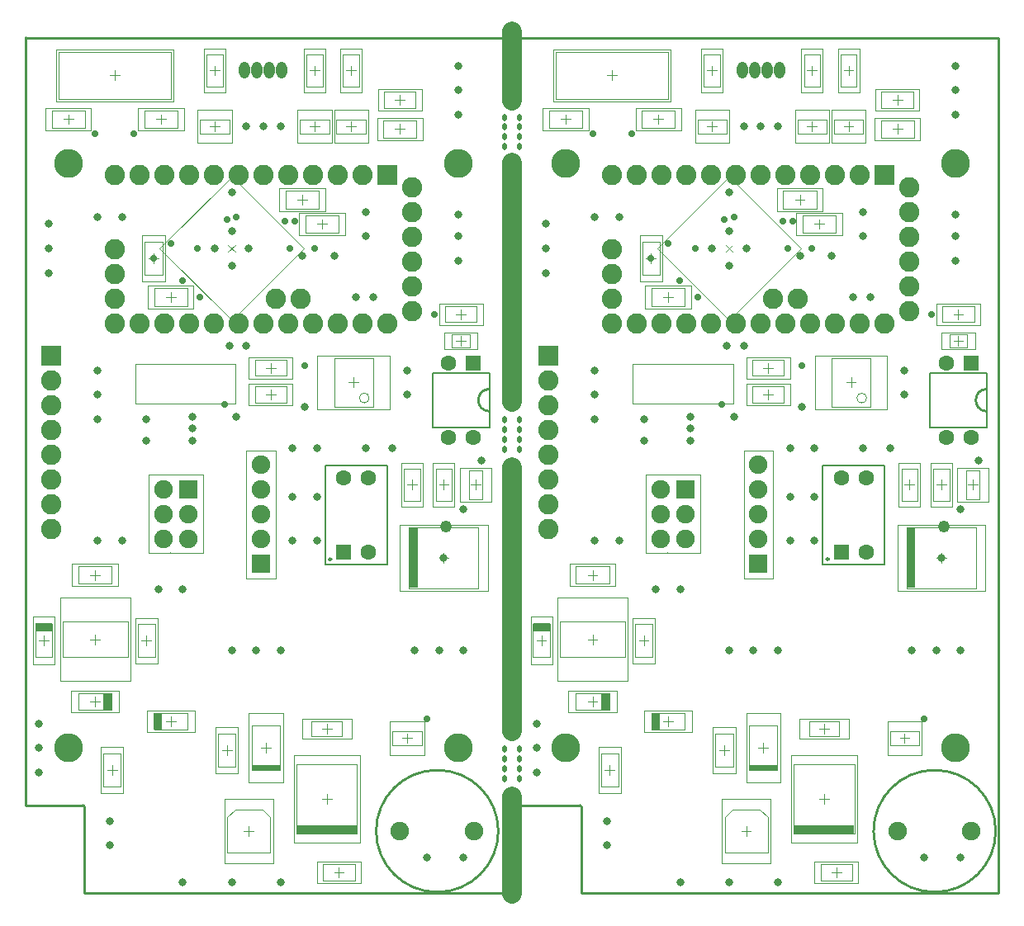
<source format=gbs>
G04*
G04 #@! TF.GenerationSoftware,Altium Limited,Altium Designer,21.3.2 (30)*
G04*
G04 Layer_Color=16711935*
%FSLAX25Y25*%
%MOIN*%
G70*
G04*
G04 #@! TF.SameCoordinates,2132C70D-00E6-48B3-8683-B54ED86332B3*
G04*
G04*
G04 #@! TF.FilePolarity,Negative*
G04*
G01*
G75*
%ADD36C,0.01000*%
%ADD38C,0.00394*%
%ADD39C,0.00787*%
%ADD40C,0.07874*%
%ADD41C,0.01968*%
%ADD42R,0.03307X0.06692*%
%ADD43R,0.06692X0.03307*%
%ADD44R,0.03765X0.24488*%
%ADD45R,0.24488X0.03765*%
%ADD46R,0.11496X0.02436*%
%ADD47R,0.24488X0.03765*%
%ADD48C,0.00197*%
%ADD90C,0.08200*%
%ADD91R,0.08200X0.08200*%
%ADD92C,0.07493*%
%ADD93C,0.06312*%
%ADD94R,0.06312X0.06312*%
%ADD95O,0.04343X0.06706*%
%ADD96R,0.07493X0.07493*%
%ADD97R,0.08200X0.08200*%
%ADD98C,0.11627*%
%ADD99C,0.02800*%
%ADD100C,0.03300*%
%ADD101C,0.04800*%
D36*
X191282Y25589D02*
G03*
X191282Y25492I-24648J-97D01*
G01*
X123937Y135307D02*
G03*
X123937Y135307I-500J0D01*
G01*
X392069Y25589D02*
G03*
X392070Y25492I-24648J-97D01*
G01*
X324724Y135307D02*
G03*
X324724Y135307I-500J0D01*
G01*
X224911Y35425D02*
G03*
X224421Y35915I-490J0D01*
G01*
X24128Y35437D02*
G03*
X23984Y35783I-490J0D01*
G01*
D02*
G03*
X23618Y35935I-366J-366D01*
G01*
X500Y345956D02*
Y346000D01*
Y345956D02*
X393202D01*
Y500D02*
Y345956D01*
X224911Y500D02*
X393202D01*
X224911D02*
Y35425D01*
X199505Y35915D02*
X224421D01*
X199505Y500D02*
Y35915D01*
X199500Y500D02*
X199505D01*
X24128D02*
X199500D01*
X24128D02*
Y35437D01*
X499Y35935D02*
X23618D01*
X499D02*
Y36000D01*
X500D01*
Y346000D01*
X187593Y204036D02*
G03*
X187458Y195049I166J-4497D01*
G01*
X388381Y204036D02*
G03*
X388245Y195049I166J-4497D01*
G01*
D38*
X44713Y198209D02*
X85213D01*
Y214209D01*
X44713D02*
X85213D01*
X44713Y198209D02*
Y214209D01*
X72008Y145630D02*
Y161484D01*
X50197Y169543D02*
X62008D01*
X50197Y137953D02*
Y169543D01*
X72008Y161484D02*
Y169543D01*
X58697D02*
X72102D01*
X58858Y137953D02*
Y138043D01*
X50197Y137953D02*
X72102D01*
X72008D02*
Y145630D01*
X89567Y127638D02*
Y179213D01*
X101378D01*
Y127638D02*
Y179213D01*
X89567Y127638D02*
X101378D01*
X82270Y262219D02*
X85053Y259435D01*
X82270Y259435D02*
X85053Y262219D01*
X54570Y260827D02*
X83661Y289918D01*
Y231735D02*
X112753Y260827D01*
X54570D02*
X83661Y231735D01*
Y289918D02*
X112753Y260827D01*
X245500Y198209D02*
X286000D01*
Y214209D01*
X245500D02*
X286000D01*
X245500Y198209D02*
Y214209D01*
X272795Y145630D02*
Y161484D01*
X250984Y169543D02*
X262795D01*
X250984Y137953D02*
Y169543D01*
X272795Y161484D02*
Y169543D01*
X259484D02*
X272890D01*
X259646Y137953D02*
Y138043D01*
X250984Y137953D02*
X272890D01*
X272795D02*
Y145630D01*
X290354Y127638D02*
Y179213D01*
X302165D01*
Y127638D02*
Y179213D01*
X290354Y127638D02*
X302165D01*
X283057Y262219D02*
X285841Y259435D01*
X283057Y259435D02*
X285841Y262219D01*
X255357Y260827D02*
X284449Y289918D01*
Y231735D02*
X313540Y260827D01*
X255357D02*
X284449Y231735D01*
Y289918D02*
X313540Y260827D01*
X139173Y200394D02*
G03*
X139173Y200394I-1969J0D01*
G01*
X105512Y284055D02*
X118898D01*
X105512Y276969D02*
X118898D01*
X105512D02*
Y284055D01*
X118898Y276969D02*
Y284055D01*
X59153Y321161D02*
Y340256D01*
X13681Y321161D02*
Y340256D01*
Y321161D02*
X59153D01*
X13681Y340256D02*
X59153D01*
X55709Y250197D02*
Y263583D01*
X48622Y250197D02*
Y263583D01*
X55709D01*
X48622Y250197D02*
X55709D01*
X96063Y34252D02*
X99213Y31102D01*
X81890Y16929D02*
X99213Y16732D01*
X81890Y31102D02*
X85039Y34252D01*
X96063D01*
X99213Y16732D02*
Y31102D01*
X81890Y16929D02*
Y31102D01*
X78150Y64764D02*
X85236D01*
X78150Y51378D02*
X85236D01*
Y64764D01*
X78150Y51378D02*
Y64764D01*
X52362Y66536D02*
X65807D01*
X52362Y73228D02*
X65807D01*
Y66536D02*
Y73228D01*
X52362Y66536D02*
Y73228D01*
X31890Y43504D02*
X38976D01*
X31890Y56890D02*
X38976D01*
X31890Y43504D02*
Y56890D01*
X38976Y43504D02*
Y56890D01*
X21791Y81102D02*
X35236D01*
X21791Y74410D02*
X35236D01*
X21791D02*
Y81102D01*
X35236Y74410D02*
Y81102D01*
X45669Y109055D02*
X52756D01*
X45669Y95669D02*
X52756D01*
Y109055D01*
X45669Y95669D02*
Y109055D01*
X4528Y95847D02*
Y109291D01*
X11220Y95847D02*
Y109291D01*
X4528Y95847D02*
X11220D01*
X4528Y109291D02*
X11220D01*
X35236Y125394D02*
Y132480D01*
X21850Y125394D02*
Y132480D01*
Y125394D02*
X35236D01*
X21850Y132480D02*
X35236D01*
X52362Y237598D02*
Y244685D01*
X65748Y237598D02*
Y244685D01*
X52362D02*
X65748D01*
X52362Y237598D02*
X65748D01*
X113386Y274213D02*
X126772D01*
X113386Y267126D02*
X126772D01*
X113386D02*
Y274213D01*
X126772Y267126D02*
Y274213D01*
X158268Y305512D02*
Y312598D01*
X144882Y305512D02*
Y312598D01*
Y305512D02*
X158268D01*
X144882Y312598D02*
X158268D01*
X48425Y316535D02*
X61811D01*
X48425Y309449D02*
X61811D01*
X48425D02*
Y316535D01*
X61811Y309449D02*
Y316535D01*
X11024Y309449D02*
Y316535D01*
X24409Y309449D02*
Y316535D01*
X11024D02*
X24409D01*
X11024Y309449D02*
X24409D01*
X183287Y123583D02*
Y148071D01*
X155295Y123583D02*
Y148071D01*
Y123583D02*
X183287D01*
X155295Y148071D02*
X183287D01*
X109803Y24390D02*
Y52382D01*
X134291Y24390D02*
Y52382D01*
X109803Y24390D02*
X134291D01*
X109803Y52382D02*
X134291D01*
X91693Y68110D02*
X103189D01*
X91693Y50000D02*
X103189D01*
Y68110D01*
X91693Y50000D02*
Y68110D01*
X172638Y220768D02*
Y226083D01*
X179724Y220768D02*
Y226083D01*
X172638D02*
X179724D01*
X172638Y220768D02*
X179724D01*
X115945Y63878D02*
Y69980D01*
X128150Y63878D02*
Y69980D01*
X115945D02*
X128150D01*
X115945Y63878D02*
X128150D01*
X125000Y216535D02*
X140748D01*
X125000Y196850D02*
X140748D01*
X125000D02*
Y216535D01*
X140748Y196850D02*
Y216535D01*
X179331Y159449D02*
X184843D01*
X179331Y171260D02*
X184843D01*
Y159449D02*
Y171260D01*
X179331Y159449D02*
Y171260D01*
X15354Y95669D02*
X41732D01*
X15354Y110236D02*
X41732D01*
X15354Y95669D02*
Y110236D01*
X41732Y95669D02*
Y110236D01*
X148622Y60236D02*
Y65748D01*
Y60236D02*
X160433D01*
X148622Y65748D02*
X160433D01*
Y60236D02*
Y65748D01*
X82677Y307283D02*
Y312795D01*
X70866D02*
X82677D01*
X70866Y307283D02*
X82677D01*
X70866D02*
Y312795D01*
X123031Y307283D02*
Y312795D01*
X111221D02*
X123031D01*
X111221Y307283D02*
X123031D01*
X111221D02*
Y312795D01*
X137795Y307283D02*
Y312795D01*
X125984D02*
X137795D01*
X125984Y307283D02*
X137795D01*
X125984D02*
Y312795D01*
X153248Y158957D02*
Y171752D01*
X159744Y158957D02*
Y171752D01*
X153248Y158957D02*
X159744D01*
X153248Y171752D02*
X159744D01*
X169783Y237500D02*
X182579D01*
X169783Y231004D02*
X182579D01*
X169783D02*
Y237500D01*
X182579Y231004D02*
Y237500D01*
X172539Y158957D02*
Y171752D01*
X166043Y158957D02*
Y171752D01*
X172539D01*
X166043Y158957D02*
X172539D01*
X120571Y12106D02*
X133366D01*
X120571Y5610D02*
X133366D01*
X120571D02*
Y12106D01*
X133366Y5610D02*
Y12106D01*
X145177Y324114D02*
X157972D01*
X145177Y317618D02*
X157972D01*
X145177D02*
Y324114D01*
X157972Y317618D02*
Y324114D01*
X80020Y326279D02*
Y339075D01*
X73524Y326279D02*
Y339075D01*
X80020D01*
X73524Y326279D02*
X80020D01*
X120374D02*
Y339075D01*
X113878Y326279D02*
Y339075D01*
X120374D01*
X113878Y326279D02*
X120374D01*
X135138D02*
Y339075D01*
X128642Y326279D02*
Y339075D01*
X135138D01*
X128642Y326279D02*
X135138D01*
X93012Y209350D02*
X105807D01*
X93012Y215846D02*
X105807D01*
Y209350D02*
Y215846D01*
X93012Y209350D02*
Y215846D01*
Y198524D02*
X105807D01*
X93012Y205020D02*
X105807D01*
Y198524D02*
Y205020D01*
X93012Y198524D02*
Y205020D01*
X339961Y200394D02*
G03*
X339961Y200394I-1969J0D01*
G01*
X306299Y284055D02*
X319685D01*
X306299Y276969D02*
X319685D01*
X306299D02*
Y284055D01*
X319685Y276969D02*
Y284055D01*
X259941Y321161D02*
Y340256D01*
X214469Y321161D02*
Y340256D01*
Y321161D02*
X259941D01*
X214469Y340256D02*
X259941D01*
X256496Y250197D02*
Y263583D01*
X249410Y250197D02*
Y263583D01*
X256496D01*
X249410Y250197D02*
X256496D01*
X296850Y34252D02*
X300000Y31102D01*
X282677Y16929D02*
X300000Y16732D01*
X282677Y31102D02*
X285827Y34252D01*
X296850D01*
X300000Y16732D02*
Y31102D01*
X282677Y16929D02*
Y31102D01*
X278937Y64764D02*
X286024D01*
X278937Y51378D02*
X286024D01*
Y64764D01*
X278937Y51378D02*
Y64764D01*
X253150Y66536D02*
X266594D01*
X253150Y73228D02*
X266594D01*
Y66536D02*
Y73228D01*
X253150Y66536D02*
Y73228D01*
X232677Y43504D02*
X239764D01*
X232677Y56890D02*
X239764D01*
X232677Y43504D02*
Y56890D01*
X239764Y43504D02*
Y56890D01*
X222579Y81102D02*
X236024D01*
X222579Y74410D02*
X236024D01*
X222579D02*
Y81102D01*
X236024Y74410D02*
Y81102D01*
X246457Y109055D02*
X253543D01*
X246457Y95669D02*
X253543D01*
Y109055D01*
X246457Y95669D02*
Y109055D01*
X205315Y95847D02*
Y109291D01*
X212007Y95847D02*
Y109291D01*
X205315Y95847D02*
X212007D01*
X205315Y109291D02*
X212007D01*
X236024Y125394D02*
Y132480D01*
X222638Y125394D02*
Y132480D01*
Y125394D02*
X236024D01*
X222638Y132480D02*
X236024D01*
X253150Y237598D02*
Y244685D01*
X266535Y237598D02*
Y244685D01*
X253150D02*
X266535D01*
X253150Y237598D02*
X266535D01*
X314173Y274213D02*
X327559D01*
X314173Y267126D02*
X327559D01*
X314173D02*
Y274213D01*
X327559Y267126D02*
Y274213D01*
X359055Y305512D02*
Y312598D01*
X345669Y305512D02*
Y312598D01*
Y305512D02*
X359055D01*
X345669Y312598D02*
X359055D01*
X249213Y316535D02*
X262598D01*
X249213Y309449D02*
X262598D01*
X249213D02*
Y316535D01*
X262598Y309449D02*
Y316535D01*
X211811Y309449D02*
Y316535D01*
X225197Y309449D02*
Y316535D01*
X211811D02*
X225197D01*
X211811Y309449D02*
X225197D01*
X384075Y123583D02*
Y148071D01*
X356083Y123583D02*
Y148071D01*
Y123583D02*
X384075D01*
X356083Y148071D02*
X384075D01*
X310591Y24390D02*
Y52382D01*
X335079Y24390D02*
Y52382D01*
X310591Y24390D02*
X335079D01*
X310591Y52382D02*
X335079D01*
X292480Y68110D02*
X303976D01*
X292480Y50000D02*
X303976D01*
Y68110D01*
X292480Y50000D02*
Y68110D01*
X373425Y220768D02*
Y226083D01*
X380512Y220768D02*
Y226083D01*
X373425D02*
X380512D01*
X373425Y220768D02*
X380512D01*
X316732Y63878D02*
Y69980D01*
X328937Y63878D02*
Y69980D01*
X316732D02*
X328937D01*
X316732Y63878D02*
X328937D01*
X325787Y216535D02*
X341535D01*
X325787Y196850D02*
X341535D01*
X325787D02*
Y216535D01*
X341535Y196850D02*
Y216535D01*
X380118Y159449D02*
X385630D01*
X380118Y171260D02*
X385630D01*
Y159449D02*
Y171260D01*
X380118Y159449D02*
Y171260D01*
X216142Y95669D02*
X242520D01*
X216142Y110236D02*
X242520D01*
X216142Y95669D02*
Y110236D01*
X242520Y95669D02*
Y110236D01*
X349410Y60236D02*
Y65748D01*
Y60236D02*
X361221D01*
X349410Y65748D02*
X361221D01*
Y60236D02*
Y65748D01*
X283465Y307283D02*
Y312795D01*
X271654D02*
X283465D01*
X271654Y307283D02*
X283465D01*
X271654D02*
Y312795D01*
X323819Y307283D02*
Y312795D01*
X312008D02*
X323819D01*
X312008Y307283D02*
X323819D01*
X312008D02*
Y312795D01*
X338583Y307283D02*
Y312795D01*
X326772D02*
X338583D01*
X326772Y307283D02*
X338583D01*
X326772D02*
Y312795D01*
X354035Y158957D02*
Y171752D01*
X360531Y158957D02*
Y171752D01*
X354035Y158957D02*
X360531D01*
X354035Y171752D02*
X360531D01*
X370571Y237500D02*
X383366D01*
X370571Y231004D02*
X383366D01*
X370571D02*
Y237500D01*
X383366Y231004D02*
Y237500D01*
X373327Y158957D02*
Y171752D01*
X366831Y158957D02*
Y171752D01*
X373327D01*
X366831Y158957D02*
X373327D01*
X321358Y12106D02*
X334154D01*
X321358Y5610D02*
X334154D01*
X321358D02*
Y12106D01*
X334154Y5610D02*
Y12106D01*
X345965Y324114D02*
X358760D01*
X345965Y317618D02*
X358760D01*
X345965D02*
Y324114D01*
X358760Y317618D02*
Y324114D01*
X280807Y326279D02*
Y339075D01*
X274311Y326279D02*
Y339075D01*
X280807D01*
X274311Y326279D02*
X280807D01*
X321161D02*
Y339075D01*
X314665Y326279D02*
Y339075D01*
X321161D01*
X314665Y326279D02*
X321161D01*
X335925D02*
Y339075D01*
X329429Y326279D02*
Y339075D01*
X335925D01*
X329429Y326279D02*
X335925D01*
X293799Y209350D02*
X306594D01*
X293799Y215846D02*
X306594D01*
Y209350D02*
Y215846D01*
X293799Y209350D02*
Y215846D01*
Y198524D02*
X306594D01*
X293799Y205020D02*
X306594D01*
Y198524D02*
Y205020D01*
X293799Y198524D02*
Y205020D01*
X112205Y278543D02*
Y282480D01*
X110236Y280512D02*
X114173D01*
X34449Y330709D02*
X38386D01*
X36417Y328740D02*
Y332677D01*
X50197Y256890D02*
X54134D01*
X52165Y254921D02*
Y258858D01*
X90551Y23622D02*
Y27559D01*
X88583Y25591D02*
X92520D01*
X81693Y56102D02*
Y60039D01*
X79724Y58071D02*
X83661D01*
X59055Y67913D02*
Y71850D01*
X57087Y69882D02*
X61024D01*
X35433Y48228D02*
Y52165D01*
X33465Y50197D02*
X37402D01*
X28543Y75787D02*
Y79724D01*
X26575Y77756D02*
X30512D01*
X49213Y100394D02*
Y104331D01*
X47244Y102362D02*
X51181D01*
X5906Y102598D02*
X9843D01*
X7874Y100630D02*
Y104567D01*
X26575Y128937D02*
X30512D01*
X28543Y126969D02*
Y130905D01*
X57087Y241142D02*
X61024D01*
X59055Y239173D02*
Y243110D01*
X120079Y268701D02*
Y272638D01*
X118110Y270669D02*
X122047D01*
X149606Y309055D02*
X153543D01*
X151575Y307087D02*
Y311024D01*
X55118D02*
Y314961D01*
X53150Y312992D02*
X57087D01*
X15748D02*
X19685D01*
X17717Y311024D02*
Y314961D01*
X167323Y135827D02*
X171260D01*
X169291Y133858D02*
Y137795D01*
X120079Y38386D02*
X124016D01*
X122047Y36417D02*
Y40354D01*
X97441Y57087D02*
Y61024D01*
X95472Y59055D02*
X99409D01*
X174213Y223425D02*
X178150D01*
X176181Y221457D02*
Y225394D01*
X120079Y66929D02*
X124016D01*
X122047Y64961D02*
Y68898D01*
X132874Y204724D02*
Y208661D01*
X130905Y206693D02*
X134843D01*
X182087Y163386D02*
Y167323D01*
X180118Y165354D02*
X184055D01*
X28543Y100984D02*
Y104921D01*
X26575Y102953D02*
X30512D01*
X154528Y61024D02*
Y64961D01*
X152559Y62992D02*
X156496D01*
X76772Y308071D02*
Y312008D01*
X74803Y310039D02*
X78740D01*
X117126Y308071D02*
Y312008D01*
X115157Y310039D02*
X119095D01*
X131890Y308071D02*
Y312008D01*
X129921Y310039D02*
X133858D01*
X154528Y165354D02*
X158465D01*
X156496Y163386D02*
Y167323D01*
X176181Y232283D02*
Y236221D01*
X174213Y234252D02*
X178150D01*
X167323Y165354D02*
X171260D01*
X169291Y163386D02*
Y167323D01*
X126969Y6890D02*
Y10827D01*
X125000Y8858D02*
X128937D01*
X151575Y318898D02*
Y322835D01*
X149606Y320866D02*
X153543D01*
X74803Y332677D02*
X78740D01*
X76772Y330709D02*
Y334646D01*
X115157Y332677D02*
X119095D01*
X117126Y330709D02*
Y334646D01*
X129921Y332677D02*
X133858D01*
X131890Y330709D02*
Y334646D01*
X99410Y210630D02*
Y214567D01*
X97441Y212598D02*
X101378D01*
X99410Y199803D02*
Y203740D01*
X97441Y201772D02*
X101378D01*
X312992Y278543D02*
Y282480D01*
X311024Y280512D02*
X314961D01*
X235236Y330709D02*
X239173D01*
X237205Y328740D02*
Y332677D01*
X250984Y256890D02*
X254921D01*
X252953Y254921D02*
Y258858D01*
X291339Y23622D02*
Y27559D01*
X289370Y25591D02*
X293307D01*
X282480Y56102D02*
Y60039D01*
X280512Y58071D02*
X284449D01*
X259842Y67913D02*
Y71850D01*
X257874Y69882D02*
X261811D01*
X236221Y48228D02*
Y52165D01*
X234252Y50197D02*
X238189D01*
X229331Y75787D02*
Y79724D01*
X227362Y77756D02*
X231299D01*
X250000Y100394D02*
Y104331D01*
X248031Y102362D02*
X251969D01*
X206693Y102598D02*
X210630D01*
X208661Y100630D02*
Y104567D01*
X227362Y128937D02*
X231299D01*
X229331Y126969D02*
Y130905D01*
X257874Y241142D02*
X261811D01*
X259842Y239173D02*
Y243110D01*
X320866Y268701D02*
Y272638D01*
X318898Y270669D02*
X322835D01*
X350394Y309055D02*
X354331D01*
X352362Y307087D02*
Y311024D01*
X255906D02*
Y314961D01*
X253937Y312992D02*
X257874D01*
X216535D02*
X220473D01*
X218504Y311024D02*
Y314961D01*
X368110Y135827D02*
X372047D01*
X370079Y133858D02*
Y137795D01*
X320866Y38386D02*
X324803D01*
X322835Y36417D02*
Y40354D01*
X298228Y57087D02*
Y61024D01*
X296260Y59055D02*
X300197D01*
X375000Y223425D02*
X378937D01*
X376969Y221457D02*
Y225394D01*
X320866Y66929D02*
X324803D01*
X322835Y64961D02*
Y68898D01*
X333661Y204724D02*
Y208661D01*
X331693Y206693D02*
X335630D01*
X382874Y163386D02*
Y167323D01*
X380906Y165354D02*
X384842D01*
X229331Y100984D02*
Y104921D01*
X227362Y102953D02*
X231299D01*
X355315Y61024D02*
Y64961D01*
X353346Y62992D02*
X357283D01*
X277559Y308071D02*
Y312008D01*
X275590Y310039D02*
X279528D01*
X317913Y308071D02*
Y312008D01*
X315945Y310039D02*
X319882D01*
X332677Y308071D02*
Y312008D01*
X330709Y310039D02*
X334646D01*
X355315Y165354D02*
X359252D01*
X357283Y163386D02*
Y167323D01*
X376969Y232283D02*
Y236221D01*
X375000Y234252D02*
X378937D01*
X368110Y165354D02*
X372047D01*
X370079Y163386D02*
Y167323D01*
X327756Y6890D02*
Y10827D01*
X325787Y8858D02*
X329724D01*
X352362Y318898D02*
Y322835D01*
X350394Y320866D02*
X354331D01*
X275591Y332677D02*
X279528D01*
X277559Y330709D02*
Y334646D01*
X315945Y332677D02*
X319882D01*
X317913Y330709D02*
Y334646D01*
X330709Y332677D02*
X334646D01*
X332677Y330709D02*
Y334646D01*
X300197Y210630D02*
Y214567D01*
X298228Y212598D02*
X302165D01*
X300197Y199803D02*
Y203740D01*
X298228Y201772D02*
X302165D01*
D39*
X121437Y173307D02*
X146437D01*
Y133307D02*
Y173307D01*
X121437Y133307D02*
X146437D01*
X121437D02*
Y173307D01*
Y133307D02*
Y173307D01*
X322224D02*
X347224D01*
Y133307D02*
Y173307D01*
X322224Y133307D02*
X347224D01*
X322224D02*
Y173307D01*
Y133307D02*
Y173307D01*
X164760Y188567D02*
Y210567D01*
Y188567D02*
X187760D01*
X164760Y210567D02*
X187760D01*
Y188567D02*
Y210567D01*
X365547Y188567D02*
Y210567D01*
Y188567D02*
X388547D01*
X365547Y210567D02*
X388547D01*
Y188567D02*
Y210567D01*
D40*
X196850Y0D02*
Y39370D01*
X196883Y65927D02*
Y172424D01*
X196850Y198819D02*
Y295472D01*
Y198819D02*
Y295472D01*
X196845Y320500D02*
Y348500D01*
D41*
X199803Y46244D02*
Y47244D01*
Y50181D02*
Y51181D01*
Y54118D02*
Y55118D01*
Y58055D02*
Y59055D01*
X193898Y58055D02*
Y59055D01*
Y54118D02*
Y55118D01*
Y50181D02*
Y51181D01*
Y46244D02*
Y47244D01*
X199836Y179207D02*
Y180207D01*
Y183144D02*
Y184144D01*
Y187081D02*
Y188081D01*
Y191018D02*
Y192018D01*
X193931Y191018D02*
Y192018D01*
Y187081D02*
Y188081D01*
Y183144D02*
Y184144D01*
Y179207D02*
Y180207D01*
X199803Y313280D02*
Y314280D01*
Y309343D02*
Y310343D01*
Y305405D02*
Y306405D01*
Y301468D02*
Y302468D01*
X193898Y301468D02*
Y302468D01*
Y305405D02*
Y306405D01*
Y309343D02*
Y310343D01*
Y313280D02*
Y314280D01*
D42*
X53959Y69881D02*
D03*
X33640Y77755D02*
D03*
X254746Y69881D02*
D03*
X234427Y77755D02*
D03*
D43*
X7873Y107696D02*
D03*
X208661D02*
D03*
D44*
X157178Y135827D02*
D03*
X357965D02*
D03*
D45*
X122047Y26272D02*
D03*
D46*
X97443Y51219D02*
D03*
X298231D02*
D03*
D47*
X322835Y26272D02*
D03*
D48*
X102953Y285039D02*
X121457D01*
X102953Y275984D02*
X121457D01*
X102953D02*
Y285039D01*
X121457Y275984D02*
Y285039D01*
X60138Y320177D02*
Y341240D01*
X12697Y320177D02*
Y341240D01*
Y320177D02*
X60138D01*
X12697Y341240D02*
X60138D01*
X56693Y247638D02*
Y266142D01*
X47638Y247638D02*
Y266142D01*
X56693D01*
X47638Y247638D02*
X56693D01*
X80709Y38583D02*
X100394D01*
X80709Y12598D02*
X100394D01*
Y38583D01*
X80709Y12598D02*
Y38583D01*
X77165Y67323D02*
X86221D01*
X77165Y48819D02*
X86221D01*
Y67323D01*
X77165Y48819D02*
Y67323D01*
X49370Y65551D02*
Y74213D01*
Y65551D02*
X68740D01*
X49370Y74213D02*
X68740D01*
Y65551D02*
Y74213D01*
X30906Y40945D02*
X39961D01*
X30906Y59449D02*
X39961D01*
X30906Y40945D02*
Y59449D01*
X39961Y40945D02*
Y59449D01*
X38228Y73425D02*
Y82087D01*
X18858D02*
X38228D01*
X18858Y73425D02*
X38228D01*
X18858D02*
Y82087D01*
X44685Y111614D02*
X53740D01*
X44685Y93110D02*
X53740D01*
Y111614D01*
X44685Y93110D02*
Y111614D01*
X3543Y112284D02*
X12205D01*
X3543Y92913D02*
Y112284D01*
X12205Y92913D02*
Y112284D01*
X3543Y92913D02*
X12205D01*
X37795Y124409D02*
Y133465D01*
X19291Y124409D02*
Y133465D01*
Y124409D02*
X37795D01*
X19291Y133465D02*
X37795D01*
X49803Y236614D02*
Y245669D01*
X68307Y236614D02*
Y245669D01*
X49803D02*
X68307D01*
X49803Y236614D02*
X68307D01*
X110827Y275197D02*
X129331D01*
X110827Y266142D02*
X129331D01*
X110827D02*
Y275197D01*
X129331Y266142D02*
Y275197D01*
X160827Y304528D02*
Y313583D01*
X142323Y304528D02*
Y313583D01*
Y304528D02*
X160827D01*
X142323Y313583D02*
X160827D01*
X45866Y317520D02*
X64370D01*
X45866Y308465D02*
X64370D01*
X45866D02*
Y317520D01*
X64370Y308465D02*
Y317520D01*
X8465Y308465D02*
Y317520D01*
X26969Y308465D02*
Y317520D01*
X8465D02*
X26969D01*
X8465Y308465D02*
X26969D01*
X187008Y122441D02*
Y149213D01*
X151575Y122441D02*
Y149213D01*
Y122441D02*
X187008D01*
X151575Y149213D02*
X187008D01*
X108661Y20669D02*
Y56102D01*
X135433Y20669D02*
Y56102D01*
X108661Y20669D02*
X135433D01*
X108661Y56102D02*
X135433D01*
X90551Y73055D02*
X104331D01*
X90551Y45055D02*
X104331D01*
Y73055D01*
X90551Y45055D02*
Y73055D01*
X169488Y220079D02*
Y226772D01*
X182874Y220079D02*
Y226772D01*
X169488D02*
X182874D01*
X169488Y220079D02*
X182874D01*
X112008Y62894D02*
Y70965D01*
X132087Y62894D02*
Y70965D01*
X112008D02*
X132087D01*
X112008Y62894D02*
X132087D01*
X118307Y217520D02*
X147441D01*
X118307Y195866D02*
X147441D01*
X118307D02*
Y217520D01*
X147441Y195866D02*
Y217520D01*
X175787Y158465D02*
X188386D01*
X175787Y172244D02*
X188386D01*
Y158465D02*
Y172244D01*
X175787Y158465D02*
Y172244D01*
X14370Y86221D02*
X42717D01*
X14370Y119685D02*
X42717D01*
X14370Y86221D02*
Y119685D01*
X42717Y86221D02*
Y119685D01*
X147638Y69685D02*
X161417D01*
X147638Y56299D02*
X161417D01*
Y69685D01*
X147638Y56299D02*
Y69685D01*
X69882Y303346D02*
X83661D01*
X69882Y316732D02*
X83661D01*
X69882Y303346D02*
Y316732D01*
X83661Y303346D02*
Y316732D01*
X110236Y303346D02*
X124016D01*
X110236Y316732D02*
X124016D01*
X110236Y303346D02*
Y316732D01*
X124016Y303346D02*
Y316732D01*
X125000Y303346D02*
X138779D01*
X125000Y316732D02*
X138779D01*
X125000Y303346D02*
Y316732D01*
X138779Y303346D02*
Y316732D01*
X152165Y156496D02*
Y174213D01*
X160827Y156496D02*
Y174213D01*
X152165Y156496D02*
X160827D01*
X152165Y174213D02*
X160827D01*
X167323Y238583D02*
X185039D01*
X167323Y229921D02*
X185039D01*
X167323D02*
Y238583D01*
X185039Y229921D02*
Y238583D01*
X173622Y156496D02*
Y174213D01*
X164961Y156496D02*
Y174213D01*
X173622D01*
X164961Y156496D02*
X173622D01*
X118110Y13189D02*
X135827D01*
X118110Y4528D02*
X135827D01*
X118110D02*
Y13189D01*
X135827Y4528D02*
Y13189D01*
X142717Y325197D02*
X160433D01*
X142717Y316535D02*
X160433D01*
X142717D02*
Y325197D01*
X160433Y316535D02*
Y325197D01*
X81102Y323819D02*
Y341535D01*
X72441Y323819D02*
Y341535D01*
X81102D01*
X72441Y323819D02*
X81102D01*
X121457D02*
Y341535D01*
X112795Y323819D02*
Y341535D01*
X121457D01*
X112795Y323819D02*
X121457D01*
X136221D02*
Y341535D01*
X127559Y323819D02*
Y341535D01*
X136221D01*
X127559Y323819D02*
X136221D01*
X90551Y208268D02*
X108268D01*
X90551Y216929D02*
X108268D01*
Y208268D02*
Y216929D01*
X90551Y208268D02*
Y216929D01*
Y197441D02*
X108268D01*
X90551Y206102D02*
X108268D01*
Y197441D02*
Y206102D01*
X90551Y197441D02*
Y206102D01*
X303740Y285039D02*
X322244D01*
X303740Y275984D02*
X322244D01*
X303740D02*
Y285039D01*
X322244Y275984D02*
Y285039D01*
X260925Y320177D02*
Y341240D01*
X213484Y320177D02*
Y341240D01*
Y320177D02*
X260925D01*
X213484Y341240D02*
X260925D01*
X257480Y247638D02*
Y266142D01*
X248425Y247638D02*
Y266142D01*
X257480D01*
X248425Y247638D02*
X257480D01*
X281496Y38583D02*
X301181D01*
X281496Y12598D02*
X301181D01*
Y38583D01*
X281496Y12598D02*
Y38583D01*
X277953Y67323D02*
X287008D01*
X277953Y48819D02*
X287008D01*
Y67323D01*
X277953Y48819D02*
Y67323D01*
X250157Y65551D02*
Y74213D01*
Y65551D02*
X269528D01*
X250157Y74213D02*
X269528D01*
Y65551D02*
Y74213D01*
X231693Y40945D02*
X240748D01*
X231693Y59449D02*
X240748D01*
X231693Y40945D02*
Y59449D01*
X240748Y40945D02*
Y59449D01*
X239016Y73425D02*
Y82087D01*
X219646D02*
X239016D01*
X219646Y73425D02*
X239016D01*
X219646D02*
Y82087D01*
X245472Y111614D02*
X254528D01*
X245472Y93110D02*
X254528D01*
Y111614D01*
X245472Y93110D02*
Y111614D01*
X204331Y112284D02*
X212992D01*
X204331Y92913D02*
Y112284D01*
X212992Y92913D02*
Y112284D01*
X204331Y92913D02*
X212992D01*
X238583Y124409D02*
Y133465D01*
X220079Y124409D02*
Y133465D01*
Y124409D02*
X238583D01*
X220079Y133465D02*
X238583D01*
X250591Y236614D02*
Y245669D01*
X269094Y236614D02*
Y245669D01*
X250591D02*
X269094D01*
X250591Y236614D02*
X269094D01*
X311614Y275197D02*
X330118D01*
X311614Y266142D02*
X330118D01*
X311614D02*
Y275197D01*
X330118Y266142D02*
Y275197D01*
X361614Y304528D02*
Y313583D01*
X343110Y304528D02*
Y313583D01*
Y304528D02*
X361614D01*
X343110Y313583D02*
X361614D01*
X246654Y317520D02*
X265158D01*
X246654Y308465D02*
X265158D01*
X246654D02*
Y317520D01*
X265158Y308465D02*
Y317520D01*
X209252Y308465D02*
Y317520D01*
X227756Y308465D02*
Y317520D01*
X209252D02*
X227756D01*
X209252Y308465D02*
X227756D01*
X387795Y122441D02*
Y149213D01*
X352362Y122441D02*
Y149213D01*
Y122441D02*
X387795D01*
X352362Y149213D02*
X387795D01*
X309449Y20669D02*
Y56102D01*
X336221Y20669D02*
Y56102D01*
X309449Y20669D02*
X336221D01*
X309449Y56102D02*
X336221D01*
X291339Y73055D02*
X305118D01*
X291339Y45055D02*
X305118D01*
Y73055D01*
X291339Y45055D02*
Y73055D01*
X370276Y220079D02*
Y226772D01*
X383661Y220079D02*
Y226772D01*
X370276D02*
X383661D01*
X370276Y220079D02*
X383661D01*
X312795Y62894D02*
Y70965D01*
X332874Y62894D02*
Y70965D01*
X312795D02*
X332874D01*
X312795Y62894D02*
X332874D01*
X319094Y217520D02*
X348228D01*
X319094Y195866D02*
X348228D01*
X319094D02*
Y217520D01*
X348228Y195866D02*
Y217520D01*
X376575Y158465D02*
X389173D01*
X376575Y172244D02*
X389173D01*
Y158465D02*
Y172244D01*
X376575Y158465D02*
Y172244D01*
X215158Y86221D02*
X243504D01*
X215158Y119685D02*
X243504D01*
X215158Y86221D02*
Y119685D01*
X243504Y86221D02*
Y119685D01*
X348425Y69685D02*
X362205D01*
X348425Y56299D02*
X362205D01*
Y69685D01*
X348425Y56299D02*
Y69685D01*
X270669Y303346D02*
X284449D01*
X270669Y316732D02*
X284449D01*
X270669Y303346D02*
Y316732D01*
X284449Y303346D02*
Y316732D01*
X311024Y303346D02*
X324803D01*
X311024Y316732D02*
X324803D01*
X311024Y303346D02*
Y316732D01*
X324803Y303346D02*
Y316732D01*
X325787Y303346D02*
X339567D01*
X325787Y316732D02*
X339567D01*
X325787Y303346D02*
Y316732D01*
X339567Y303346D02*
Y316732D01*
X352953Y156496D02*
Y174213D01*
X361614Y156496D02*
Y174213D01*
X352953Y156496D02*
X361614D01*
X352953Y174213D02*
X361614D01*
X368110Y238583D02*
X385827D01*
X368110Y229921D02*
X385827D01*
X368110D02*
Y238583D01*
X385827Y229921D02*
Y238583D01*
X374410Y156496D02*
Y174213D01*
X365748Y156496D02*
Y174213D01*
X374410D01*
X365748Y156496D02*
X374410D01*
X318898Y13189D02*
X336614D01*
X318898Y4528D02*
X336614D01*
X318898D02*
Y13189D01*
X336614Y4528D02*
Y13189D01*
X343504Y325197D02*
X361221D01*
X343504Y316535D02*
X361221D01*
X343504D02*
Y325197D01*
X361221Y316535D02*
Y325197D01*
X281890Y323819D02*
Y341535D01*
X273228Y323819D02*
Y341535D01*
X281890D01*
X273228Y323819D02*
X281890D01*
X322244D02*
Y341535D01*
X313583Y323819D02*
Y341535D01*
X322244D01*
X313583Y323819D02*
X322244D01*
X337008D02*
Y341535D01*
X328346Y323819D02*
Y341535D01*
X337008D01*
X328346Y323819D02*
X337008D01*
X291339Y208268D02*
X309055D01*
X291339Y216929D02*
X309055D01*
Y208268D02*
Y216929D01*
X291339Y208268D02*
Y216929D01*
Y197441D02*
X309055D01*
X291339Y206102D02*
X309055D01*
Y197441D02*
Y206102D01*
X291339Y197441D02*
Y206102D01*
D90*
X10827Y147638D02*
D03*
Y157638D02*
D03*
Y167638D02*
D03*
Y177638D02*
D03*
Y187638D02*
D03*
Y197638D02*
D03*
Y207638D02*
D03*
X136417Y290354D02*
D03*
X126417D02*
D03*
X116417D02*
D03*
X106417D02*
D03*
X96417D02*
D03*
X86417D02*
D03*
X76417D02*
D03*
X66417D02*
D03*
X56417D02*
D03*
X46417D02*
D03*
X36417D02*
D03*
Y230354D02*
D03*
X46417D02*
D03*
X56417D02*
D03*
X66417D02*
D03*
X76417D02*
D03*
X86417D02*
D03*
X96417D02*
D03*
X106417D02*
D03*
X116417D02*
D03*
X126417D02*
D03*
X136417D02*
D03*
X146417D02*
D03*
X156417Y235354D02*
D03*
Y245354D02*
D03*
Y255354D02*
D03*
Y265354D02*
D03*
Y275354D02*
D03*
Y285354D02*
D03*
X36417Y240354D02*
D03*
Y250354D02*
D03*
Y260354D02*
D03*
X101417Y240354D02*
D03*
X111417D02*
D03*
X211614Y147638D02*
D03*
Y157638D02*
D03*
Y167638D02*
D03*
Y177638D02*
D03*
Y187638D02*
D03*
Y197638D02*
D03*
Y207638D02*
D03*
X337205Y290354D02*
D03*
X327205D02*
D03*
X317205D02*
D03*
X307205D02*
D03*
X297205D02*
D03*
X287205D02*
D03*
X277205D02*
D03*
X267205D02*
D03*
X257205D02*
D03*
X247205D02*
D03*
X237205D02*
D03*
Y230354D02*
D03*
X247205D02*
D03*
X257205D02*
D03*
X267205D02*
D03*
X277205D02*
D03*
X287205D02*
D03*
X297205D02*
D03*
X307205D02*
D03*
X317205D02*
D03*
X327205D02*
D03*
X337205D02*
D03*
X347205D02*
D03*
X357205Y235354D02*
D03*
Y245354D02*
D03*
Y255354D02*
D03*
Y265354D02*
D03*
Y275354D02*
D03*
Y285354D02*
D03*
X237205Y240354D02*
D03*
Y250354D02*
D03*
Y260354D02*
D03*
X302205Y240354D02*
D03*
X312205D02*
D03*
D91*
X10827Y217638D02*
D03*
X211614D02*
D03*
D92*
X181496Y25591D02*
D03*
X151575D02*
D03*
X56102Y163543D02*
D03*
Y153543D02*
D03*
Y143543D02*
D03*
X66102Y153543D02*
D03*
Y143543D02*
D03*
X95472Y173543D02*
D03*
Y163543D02*
D03*
Y143543D02*
D03*
Y153543D02*
D03*
X382283Y25591D02*
D03*
X352362D02*
D03*
X256890Y163543D02*
D03*
Y153543D02*
D03*
Y143543D02*
D03*
X266890Y153543D02*
D03*
Y143543D02*
D03*
X296260Y173543D02*
D03*
Y163543D02*
D03*
Y143543D02*
D03*
Y153543D02*
D03*
D93*
X171260Y184567D02*
D03*
X181260D02*
D03*
X171260Y214567D02*
D03*
X138937Y138307D02*
D03*
X128937Y168307D02*
D03*
X138937D02*
D03*
X372047Y184567D02*
D03*
X382047D02*
D03*
X372047Y214567D02*
D03*
X339724Y138307D02*
D03*
X329724Y168307D02*
D03*
X339724D02*
D03*
D94*
X181260Y214567D02*
D03*
X128937Y138307D02*
D03*
X382047Y214567D02*
D03*
X329724Y138307D02*
D03*
D95*
X98957Y332677D02*
D03*
X93957D02*
D03*
X88957D02*
D03*
X103957D02*
D03*
X299744D02*
D03*
X294744D02*
D03*
X289744D02*
D03*
X304744D02*
D03*
D96*
X66102Y163543D02*
D03*
X95472Y133543D02*
D03*
X266890Y163543D02*
D03*
X296260Y133543D02*
D03*
D97*
X146417Y290354D02*
D03*
X347205D02*
D03*
D98*
X17717Y59055D02*
D03*
X175197D02*
D03*
X175197Y295276D02*
D03*
X17717D02*
D03*
X218504Y59055D02*
D03*
X375984D02*
D03*
X375984Y295276D02*
D03*
X218504D02*
D03*
D99*
X52165Y256890D02*
D03*
X59055Y262795D02*
D03*
X69882Y260827D02*
D03*
X117126D02*
D03*
X107283D02*
D03*
X105315Y271654D02*
D03*
X109252D02*
D03*
X63703Y247691D02*
D03*
X70866Y241142D02*
D03*
X28543Y307087D02*
D03*
X44291D02*
D03*
X81693Y272638D02*
D03*
X85630Y273622D02*
D03*
X162402Y70866D02*
D03*
X165354Y234252D02*
D03*
X80709Y197835D02*
D03*
X113189Y213583D02*
D03*
X252953Y256890D02*
D03*
X259842Y262795D02*
D03*
X270669Y260827D02*
D03*
X317913D02*
D03*
X308071D02*
D03*
X306102Y271654D02*
D03*
X310039D02*
D03*
X264490Y247691D02*
D03*
X271654Y241142D02*
D03*
X229331Y307087D02*
D03*
X245079D02*
D03*
X282480Y272638D02*
D03*
X286417Y273622D02*
D03*
X363189Y70866D02*
D03*
X366142Y234252D02*
D03*
X281496Y197835D02*
D03*
X313976Y213583D02*
D03*
D100*
X184375Y175303D02*
D03*
X89567Y221457D02*
D03*
X82677D02*
D03*
X133858Y241142D02*
D03*
X140755Y241210D02*
D03*
X154528Y201772D02*
D03*
Y211614D02*
D03*
X113189Y196850D02*
D03*
X148622Y180118D02*
D03*
X137795D02*
D03*
X177165Y155512D02*
D03*
X169291Y135827D02*
D03*
X118110Y142717D02*
D03*
X108268D02*
D03*
X118110Y180118D02*
D03*
X108268D02*
D03*
X118110Y160433D02*
D03*
X108268D02*
D03*
X177165Y98425D02*
D03*
X167323D02*
D03*
X157480D02*
D03*
X177165Y14764D02*
D03*
X162402D02*
D03*
X103347Y4921D02*
D03*
X83661D02*
D03*
X63976D02*
D03*
X34449Y19685D02*
D03*
Y29528D02*
D03*
X5906Y49213D02*
D03*
Y59055D02*
D03*
Y68898D02*
D03*
X103347Y98425D02*
D03*
X93504D02*
D03*
X83661D02*
D03*
X63976Y123031D02*
D03*
X54134D02*
D03*
X39370Y142717D02*
D03*
X29528D02*
D03*
X49213Y183071D02*
D03*
Y191929D02*
D03*
X29528D02*
D03*
Y201772D02*
D03*
Y211614D02*
D03*
X9843Y250984D02*
D03*
Y260827D02*
D03*
Y270669D02*
D03*
X29528Y273622D02*
D03*
X39370D02*
D03*
X83661Y283465D02*
D03*
X112205Y257874D02*
D03*
X125000D02*
D03*
X137795Y265748D02*
D03*
Y275590D02*
D03*
X175197Y255906D02*
D03*
Y265748D02*
D03*
Y274606D02*
D03*
Y314961D02*
D03*
Y324803D02*
D03*
Y334646D02*
D03*
X89567Y310039D02*
D03*
X96457D02*
D03*
X103347D02*
D03*
X83661Y253937D02*
D03*
X90551Y260827D02*
D03*
X83661Y267717D02*
D03*
X76772Y260827D02*
D03*
X85630Y192913D02*
D03*
X67913Y183071D02*
D03*
Y187992D02*
D03*
Y192913D02*
D03*
X385163Y175303D02*
D03*
X290354Y221457D02*
D03*
X283465D02*
D03*
X334646Y241142D02*
D03*
X341543Y241210D02*
D03*
X355315Y201772D02*
D03*
Y211614D02*
D03*
X313976Y196850D02*
D03*
X349410Y180118D02*
D03*
X338583D02*
D03*
X377953Y155512D02*
D03*
X370079Y135827D02*
D03*
X318898Y142717D02*
D03*
X309055D02*
D03*
X318898Y180118D02*
D03*
X309055D02*
D03*
X318898Y160433D02*
D03*
X309055D02*
D03*
X377953Y98425D02*
D03*
X368110D02*
D03*
X358268D02*
D03*
X377953Y14764D02*
D03*
X363189D02*
D03*
X304134Y4921D02*
D03*
X284449D02*
D03*
X264764D02*
D03*
X235236Y19685D02*
D03*
Y29528D02*
D03*
X206693Y49213D02*
D03*
Y59055D02*
D03*
Y68898D02*
D03*
X304134Y98425D02*
D03*
X294291D02*
D03*
X284449D02*
D03*
X264764Y123031D02*
D03*
X254921D02*
D03*
X240158Y142717D02*
D03*
X230315D02*
D03*
X250000Y183071D02*
D03*
Y191929D02*
D03*
X230315D02*
D03*
Y201772D02*
D03*
Y211614D02*
D03*
X210630Y250984D02*
D03*
Y260827D02*
D03*
Y270669D02*
D03*
X230315Y273622D02*
D03*
X240158D02*
D03*
X284449Y283465D02*
D03*
X312992Y257874D02*
D03*
X325787D02*
D03*
X338583Y265748D02*
D03*
Y275590D02*
D03*
X375984Y255906D02*
D03*
Y265748D02*
D03*
Y274606D02*
D03*
Y314961D02*
D03*
Y324803D02*
D03*
Y334646D02*
D03*
X290354Y310039D02*
D03*
X297244D02*
D03*
X304134D02*
D03*
X284449Y253937D02*
D03*
X291339Y260827D02*
D03*
X284449Y267717D02*
D03*
X277559Y260827D02*
D03*
X286417Y192913D02*
D03*
X268701Y183071D02*
D03*
Y187992D02*
D03*
Y192913D02*
D03*
D101*
X170276Y148622D02*
D03*
X371063D02*
D03*
M02*

</source>
